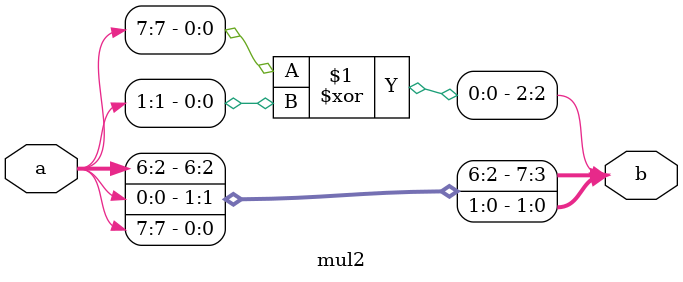
<source format=v>


// The result of translation follows.  Its copyright status should be
// considered unchanged from the original VHDL.

//-----------------------------------------------------------------------------
//! @brief  Multiplication by 2 (NOT A FIELD)
//-----------------------------------------------------------------------------
// no timescale needed

module mul2 (a, b);

input [7:0] a;
output [7:0] b;


  assign b[7] = a[6];
  assign b[6] = a[5];
  assign b[5] = a[4];
  assign b[4] = a[3];
  assign b[3] = a[2];
  assign b[2] = a[7] ^ a[1];
  assign b[1] = a[0];
  assign b[0] = a[7];

endmodule

</source>
